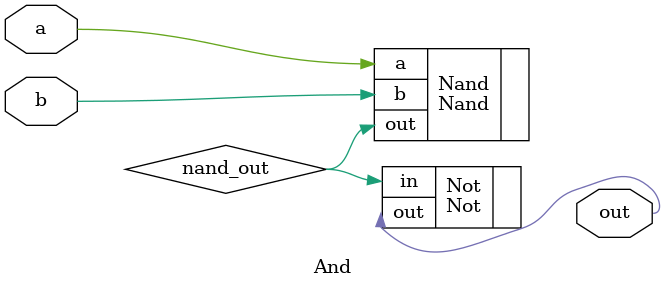
<source format=v>
`timescale 1ns / 1ps

module And(
    input a, b,
    output out  
    );
    // Implementing Not(x Nand y) = And(x, y)
    wire nand_out;
    
    Nand Nand(.a(a),
         .b(b),
         .out(nand_out)); 
         
    Not Not(.in(nand_out),
         .out(out));
endmodule

</source>
